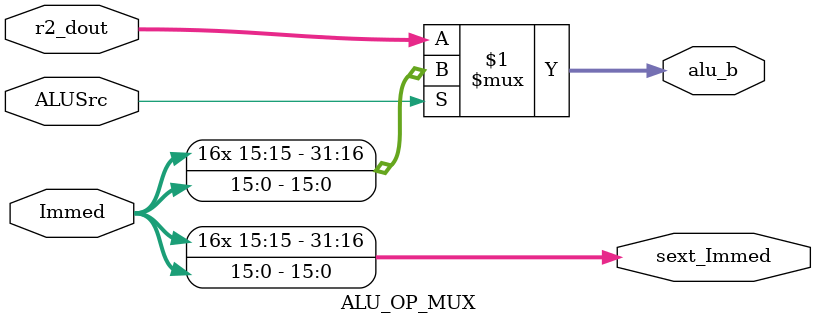
<source format=v>
`timescale 1ns / 1ps
module ALU_OP_MUX(
    input [31:0] r2_dout,
    input [15:0] Immed,//automatically deals with sign extension
    input ALUSrc,
    output [31:0] alu_b,
    output [31:0] sext_Immed //sign-extension of Immed
    );
assign sext_Immed = {{16{Immed[15]}},Immed};
assign alu_b = ALUSrc? sext_Immed:r2_dout;


endmodule

</source>
